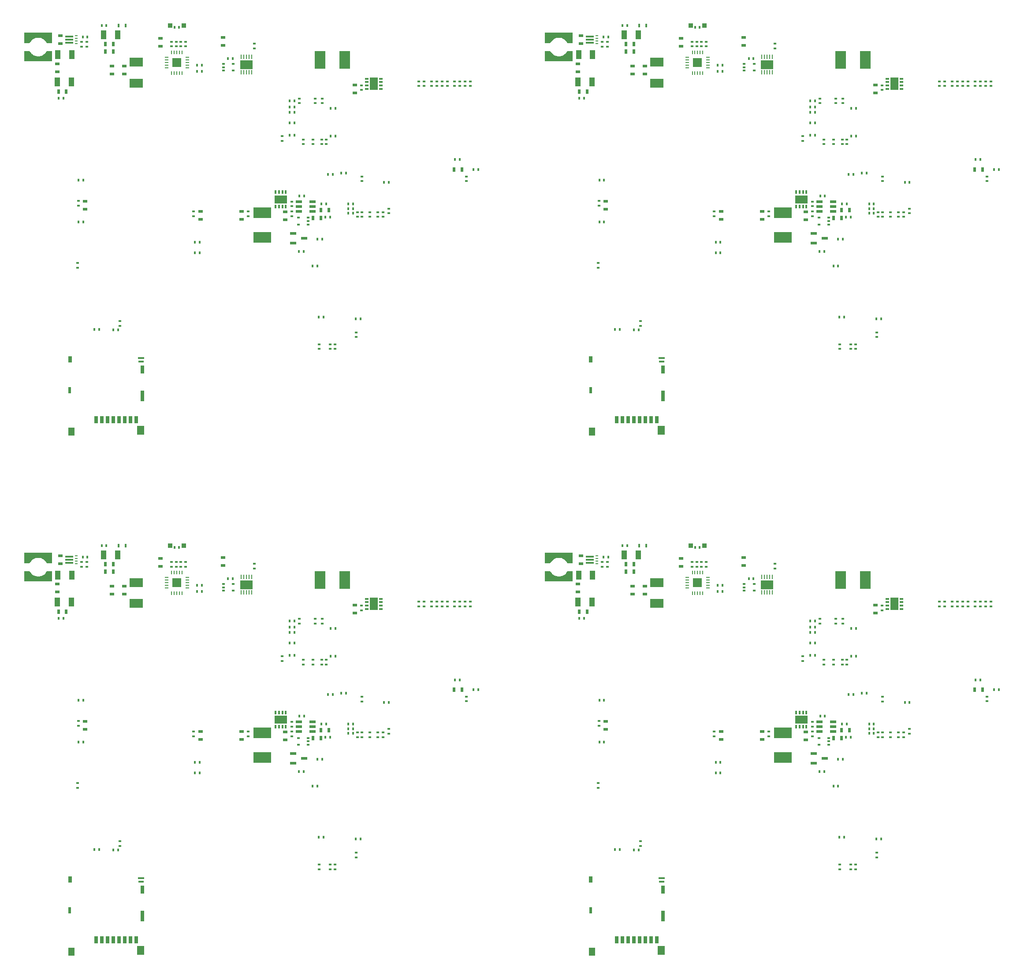
<source format=gbp>
G04 Layer_Color=128*
%FSLAX24Y24*%
%MOIN*%
G70*
G01*
G75*
%ADD13R,0.0236X0.0157*%
%ADD14R,0.0354X0.0197*%
%ADD18R,0.0433X0.0669*%
%ADD20R,0.0157X0.0236*%
%ADD21R,0.0236X0.0165*%
%ADD34R,0.0197X0.0354*%
%ADD43O,0.0315X0.0098*%
%ADD44O,0.0098X0.0315*%
%ADD55R,0.0177X0.0197*%
%ADD56R,0.0335X0.0354*%
%ADD86R,0.0630X0.0921*%
%ADD87R,0.0256X0.0118*%
%ADD88R,0.0138X0.0276*%
%ADD89R,0.0512X0.0236*%
%ADD90R,0.0315X0.0551*%
%ADD91R,0.0532X0.0709*%
%ADD92R,0.0457X0.0591*%
%ADD93R,0.0256X0.0843*%
%ADD94R,0.0256X0.0630*%
%ADD95R,0.0256X0.0512*%
%ADD96R,0.0236X0.0453*%
%ADD97R,0.0433X0.0177*%
%ADD98R,0.0453X0.0177*%
%ADD99R,0.0236X0.0098*%
%ADD100O,0.0236X0.0098*%
%ADD101R,0.0591X0.0118*%
%ADD102R,0.0984X0.0669*%
%ADD104R,0.1339X0.0846*%
%ADD105R,0.0921X0.0630*%
%ADD106R,0.0118X0.0256*%
%ADD107R,0.0480X0.0244*%
%ADD108R,0.0846X0.1339*%
%ADD109R,0.0110X0.0335*%
%ADD110R,0.0945X0.0650*%
%ADD111R,0.0197X0.0197*%
%ADD126R,0.0709X0.0709*%
G36*
X46958Y69246D02*
X46560D01*
Y69244D01*
X46529Y69305D01*
X46451Y69415D01*
X46354Y69508D01*
X46240Y69581D01*
X46115Y69631D01*
X45982Y69657D01*
X45847D01*
X45715Y69631D01*
X45590Y69581D01*
X45476Y69508D01*
X45379Y69415D01*
X45301Y69305D01*
X45270Y69244D01*
X44872D01*
Y70034D01*
X46958D01*
Y69246D01*
D02*
G37*
G36*
X7588D02*
X7190D01*
Y69244D01*
X7159Y69305D01*
X7081Y69415D01*
X6984Y69508D01*
X6870Y69581D01*
X6745Y69631D01*
X6612Y69657D01*
X6477D01*
X6345Y69631D01*
X6220Y69581D01*
X6106Y69508D01*
X6009Y69415D01*
X5931Y69305D01*
X5900Y69244D01*
X5502D01*
Y70034D01*
X7588D01*
Y69246D01*
D02*
G37*
G36*
X46958Y67868D02*
X44872D01*
Y68656D01*
X45270D01*
Y68658D01*
X45270Y68658D01*
X45270Y68658D01*
Y68658D01*
X45301Y68598D01*
X45379Y68488D01*
X45476Y68395D01*
X45590Y68322D01*
X45715Y68271D01*
X45847Y68246D01*
X45982D01*
X46115Y68271D01*
X46240Y68322D01*
X46354Y68395D01*
X46451Y68488D01*
X46529Y68598D01*
X46560Y68658D01*
X46958Y68658D01*
Y67868D01*
D02*
G37*
G36*
X7588D02*
X5502D01*
Y68656D01*
X5900D01*
Y68658D01*
X5900Y68658D01*
X5900Y68658D01*
Y68658D01*
X5931Y68598D01*
X6009Y68488D01*
X6106Y68395D01*
X6220Y68322D01*
X6345Y68271D01*
X6477Y68246D01*
X6612D01*
X6745Y68271D01*
X6870Y68322D01*
X6984Y68395D01*
X7081Y68488D01*
X7159Y68598D01*
X7190Y68658D01*
X7588Y68658D01*
Y67868D01*
D02*
G37*
G36*
X46958Y29876D02*
X46560D01*
Y29874D01*
X46529Y29934D01*
X46451Y30044D01*
X46354Y30138D01*
X46240Y30211D01*
X46115Y30261D01*
X45982Y30287D01*
X45847D01*
X45715Y30261D01*
X45590Y30211D01*
X45476Y30138D01*
X45379Y30044D01*
X45301Y29934D01*
X45270Y29874D01*
X44872D01*
Y30664D01*
X46958D01*
Y29876D01*
D02*
G37*
G36*
X7588D02*
X7190D01*
Y29874D01*
X7159Y29934D01*
X7081Y30044D01*
X6984Y30138D01*
X6870Y30211D01*
X6745Y30261D01*
X6612Y30287D01*
X6477D01*
X6345Y30261D01*
X6220Y30211D01*
X6106Y30138D01*
X6009Y30044D01*
X5931Y29934D01*
X5900Y29874D01*
X5502D01*
Y30664D01*
X7588D01*
Y29876D01*
D02*
G37*
G36*
X46958Y28498D02*
X44872D01*
Y29286D01*
X45270D01*
Y29288D01*
X45270Y29288D01*
X45270Y29288D01*
Y29288D01*
X45301Y29228D01*
X45379Y29118D01*
X45476Y29025D01*
X45590Y28951D01*
X45715Y28901D01*
X45847Y28876D01*
X45982D01*
X46115Y28901D01*
X46240Y28951D01*
X46354Y29025D01*
X46451Y29118D01*
X46529Y29228D01*
X46560Y29288D01*
X46958Y29288D01*
Y28498D01*
D02*
G37*
G36*
X7588D02*
X5502D01*
Y29286D01*
X5900D01*
Y29288D01*
X5900Y29288D01*
X5900Y29288D01*
Y29288D01*
X5931Y29228D01*
X6009Y29118D01*
X6106Y29025D01*
X6220Y28951D01*
X6345Y28901D01*
X6477Y28876D01*
X6612D01*
X6745Y28901D01*
X6870Y28951D01*
X6984Y29025D01*
X7081Y29118D01*
X7159Y29228D01*
X7190Y29288D01*
X7588Y29288D01*
Y28498D01*
D02*
G37*
D13*
X38932Y19429D02*
D03*
Y19783D02*
D03*
X30582Y7623D02*
D03*
Y7977D02*
D03*
X28982Y6723D02*
D03*
Y7077D02*
D03*
X28632Y6723D02*
D03*
Y7077D02*
D03*
X27782D02*
D03*
Y6723D02*
D03*
X12729Y8827D02*
D03*
Y8473D02*
D03*
X9532Y13227D02*
D03*
Y12873D02*
D03*
X9582Y17927D02*
D03*
Y17573D02*
D03*
X10222Y29968D02*
D03*
Y29614D02*
D03*
X9822D02*
D03*
Y29968D02*
D03*
X17682Y29977D02*
D03*
Y29623D02*
D03*
X22882Y29827D02*
D03*
Y29473D02*
D03*
X24982Y22827D02*
D03*
Y22473D02*
D03*
X26582Y22223D02*
D03*
Y22577D02*
D03*
X27332Y22223D02*
D03*
Y22577D02*
D03*
X22432Y17127D02*
D03*
Y16773D02*
D03*
X25732Y17127D02*
D03*
Y16773D02*
D03*
Y17523D02*
D03*
Y17877D02*
D03*
X39232Y26623D02*
D03*
Y26977D02*
D03*
X38832D02*
D03*
Y26623D02*
D03*
X38432Y26977D02*
D03*
Y26623D02*
D03*
X38032D02*
D03*
Y26977D02*
D03*
X37482Y26623D02*
D03*
Y26977D02*
D03*
X37082D02*
D03*
Y26623D02*
D03*
X36682Y26977D02*
D03*
Y26623D02*
D03*
X36282D02*
D03*
Y26977D02*
D03*
X35732D02*
D03*
Y26623D02*
D03*
X35332D02*
D03*
Y26977D02*
D03*
X30979Y26677D02*
D03*
Y26323D02*
D03*
X33068Y16990D02*
D03*
Y17344D02*
D03*
X32632Y16723D02*
D03*
Y17077D02*
D03*
X32232Y16723D02*
D03*
Y17077D02*
D03*
X31632Y16723D02*
D03*
Y17077D02*
D03*
X31032Y16723D02*
D03*
Y17077D02*
D03*
X30682Y16723D02*
D03*
Y17077D02*
D03*
X31032Y19777D02*
D03*
Y19423D02*
D03*
X28332Y22223D02*
D03*
Y22577D02*
D03*
X27982Y22223D02*
D03*
Y22577D02*
D03*
X26282Y25677D02*
D03*
Y25323D02*
D03*
X27482Y25677D02*
D03*
Y25323D02*
D03*
X28032Y25677D02*
D03*
Y25323D02*
D03*
X18282Y17127D02*
D03*
Y16773D02*
D03*
X16982Y29977D02*
D03*
Y29623D02*
D03*
X17332Y29977D02*
D03*
Y29623D02*
D03*
X16632Y29977D02*
D03*
Y29623D02*
D03*
X78302Y19429D02*
D03*
Y19783D02*
D03*
X69952Y7623D02*
D03*
Y7977D02*
D03*
X68352Y6723D02*
D03*
Y7077D02*
D03*
X68002Y6723D02*
D03*
Y7077D02*
D03*
X67152D02*
D03*
Y6723D02*
D03*
X52099Y8827D02*
D03*
Y8473D02*
D03*
X48902Y13227D02*
D03*
Y12873D02*
D03*
X48952Y17927D02*
D03*
Y17573D02*
D03*
X49592Y29968D02*
D03*
Y29614D02*
D03*
X49192D02*
D03*
Y29968D02*
D03*
X57052Y29977D02*
D03*
Y29623D02*
D03*
X62252Y29827D02*
D03*
Y29473D02*
D03*
X64352Y22827D02*
D03*
Y22473D02*
D03*
X65952Y22223D02*
D03*
Y22577D02*
D03*
X66702Y22223D02*
D03*
Y22577D02*
D03*
X61802Y17127D02*
D03*
Y16773D02*
D03*
X65102Y17127D02*
D03*
Y16773D02*
D03*
Y17523D02*
D03*
Y17877D02*
D03*
X78602Y26623D02*
D03*
Y26977D02*
D03*
X78202D02*
D03*
Y26623D02*
D03*
X77802Y26977D02*
D03*
Y26623D02*
D03*
X77402D02*
D03*
Y26977D02*
D03*
X76852Y26623D02*
D03*
Y26977D02*
D03*
X76452D02*
D03*
Y26623D02*
D03*
X76052Y26977D02*
D03*
Y26623D02*
D03*
X75652D02*
D03*
Y26977D02*
D03*
X75102D02*
D03*
Y26623D02*
D03*
X74702D02*
D03*
Y26977D02*
D03*
X70349Y26677D02*
D03*
Y26323D02*
D03*
X72438Y16990D02*
D03*
Y17344D02*
D03*
X72002Y16723D02*
D03*
Y17077D02*
D03*
X71602Y16723D02*
D03*
Y17077D02*
D03*
X71002Y16723D02*
D03*
Y17077D02*
D03*
X70402Y16723D02*
D03*
Y17077D02*
D03*
X70052Y16723D02*
D03*
Y17077D02*
D03*
X70402Y19777D02*
D03*
Y19423D02*
D03*
X67702Y22223D02*
D03*
Y22577D02*
D03*
X67352Y22223D02*
D03*
Y22577D02*
D03*
X65652Y25677D02*
D03*
Y25323D02*
D03*
X66852Y25677D02*
D03*
Y25323D02*
D03*
X67402Y25677D02*
D03*
Y25323D02*
D03*
X57652Y17127D02*
D03*
Y16773D02*
D03*
X56352Y29977D02*
D03*
Y29623D02*
D03*
X56702Y29977D02*
D03*
Y29623D02*
D03*
X56002Y29977D02*
D03*
Y29623D02*
D03*
X38932Y58799D02*
D03*
Y59154D02*
D03*
X30582Y46993D02*
D03*
Y47347D02*
D03*
X28982Y46093D02*
D03*
Y46447D02*
D03*
X28632Y46093D02*
D03*
Y46447D02*
D03*
X27782D02*
D03*
Y46093D02*
D03*
X12729Y48197D02*
D03*
Y47843D02*
D03*
X9532Y52597D02*
D03*
Y52243D02*
D03*
X9582Y57297D02*
D03*
Y56943D02*
D03*
X10222Y69338D02*
D03*
Y68984D02*
D03*
X9822D02*
D03*
Y69338D02*
D03*
X17682Y69347D02*
D03*
Y68993D02*
D03*
X22882Y69197D02*
D03*
Y68843D02*
D03*
X24982Y62197D02*
D03*
Y61843D02*
D03*
X26582Y61593D02*
D03*
Y61947D02*
D03*
X27332Y61593D02*
D03*
Y61947D02*
D03*
X22432Y56497D02*
D03*
Y56143D02*
D03*
X25732Y56497D02*
D03*
Y56143D02*
D03*
Y56893D02*
D03*
Y57247D02*
D03*
X39232Y65993D02*
D03*
Y66347D02*
D03*
X38832D02*
D03*
Y65993D02*
D03*
X38432Y66347D02*
D03*
Y65993D02*
D03*
X38032D02*
D03*
Y66347D02*
D03*
X37482Y65993D02*
D03*
Y66347D02*
D03*
X37082D02*
D03*
Y65993D02*
D03*
X36682Y66347D02*
D03*
Y65993D02*
D03*
X36282D02*
D03*
Y66347D02*
D03*
X35732D02*
D03*
Y65993D02*
D03*
X35332D02*
D03*
Y66347D02*
D03*
X30979Y66047D02*
D03*
Y65693D02*
D03*
X33068Y56360D02*
D03*
Y56715D02*
D03*
X32632Y56093D02*
D03*
Y56447D02*
D03*
X32232Y56093D02*
D03*
Y56447D02*
D03*
X31632Y56093D02*
D03*
Y56447D02*
D03*
X31032Y56093D02*
D03*
Y56447D02*
D03*
X30682Y56093D02*
D03*
Y56447D02*
D03*
X31032Y59147D02*
D03*
Y58793D02*
D03*
X28332Y61593D02*
D03*
Y61947D02*
D03*
X27982Y61593D02*
D03*
Y61947D02*
D03*
X26282Y65047D02*
D03*
Y64693D02*
D03*
X27482Y65047D02*
D03*
Y64693D02*
D03*
X28032Y65047D02*
D03*
Y64693D02*
D03*
X18282Y56497D02*
D03*
Y56143D02*
D03*
X16982Y69347D02*
D03*
Y68993D02*
D03*
X17332Y69347D02*
D03*
Y68993D02*
D03*
X16632Y69347D02*
D03*
Y68993D02*
D03*
X78302Y58799D02*
D03*
Y59154D02*
D03*
X69952Y46993D02*
D03*
Y47347D02*
D03*
X68352Y46093D02*
D03*
Y46447D02*
D03*
X68002Y46093D02*
D03*
Y46447D02*
D03*
X67152D02*
D03*
Y46093D02*
D03*
X52099Y48197D02*
D03*
Y47843D02*
D03*
X48902Y52597D02*
D03*
Y52243D02*
D03*
X48952Y57297D02*
D03*
Y56943D02*
D03*
X49592Y69338D02*
D03*
Y68984D02*
D03*
X49192D02*
D03*
Y69338D02*
D03*
X57052Y69347D02*
D03*
Y68993D02*
D03*
X62252Y69197D02*
D03*
Y68843D02*
D03*
X64352Y62197D02*
D03*
Y61843D02*
D03*
X65952Y61593D02*
D03*
Y61947D02*
D03*
X66702Y61593D02*
D03*
Y61947D02*
D03*
X61802Y56497D02*
D03*
Y56143D02*
D03*
X65102Y56497D02*
D03*
Y56143D02*
D03*
Y56893D02*
D03*
Y57247D02*
D03*
X78602Y65993D02*
D03*
Y66347D02*
D03*
X78202D02*
D03*
Y65993D02*
D03*
X77802Y66347D02*
D03*
Y65993D02*
D03*
X77402D02*
D03*
Y66347D02*
D03*
X76852Y65993D02*
D03*
Y66347D02*
D03*
X76452D02*
D03*
Y65993D02*
D03*
X76052Y66347D02*
D03*
Y65993D02*
D03*
X75652D02*
D03*
Y66347D02*
D03*
X75102D02*
D03*
Y65993D02*
D03*
X74702D02*
D03*
Y66347D02*
D03*
X70349Y66047D02*
D03*
Y65693D02*
D03*
X72438Y56360D02*
D03*
Y56715D02*
D03*
X72002Y56093D02*
D03*
Y56447D02*
D03*
X71602Y56093D02*
D03*
Y56447D02*
D03*
X71002Y56093D02*
D03*
Y56447D02*
D03*
X70402Y56093D02*
D03*
Y56447D02*
D03*
X70052Y56093D02*
D03*
Y56447D02*
D03*
X70402Y59147D02*
D03*
Y58793D02*
D03*
X67702Y61593D02*
D03*
Y61947D02*
D03*
X67352Y61593D02*
D03*
Y61947D02*
D03*
X65652Y65047D02*
D03*
Y64693D02*
D03*
X66852Y65047D02*
D03*
Y64693D02*
D03*
X67402Y65047D02*
D03*
Y64693D02*
D03*
X57652Y56497D02*
D03*
Y56143D02*
D03*
X56352Y69347D02*
D03*
Y68993D02*
D03*
X56702Y69347D02*
D03*
Y68993D02*
D03*
X56002Y69347D02*
D03*
Y68993D02*
D03*
D14*
X10082Y17305D02*
D03*
Y17895D02*
D03*
X8222Y29846D02*
D03*
Y30436D02*
D03*
X7979Y28295D02*
D03*
Y27705D02*
D03*
X12132Y27555D02*
D03*
Y28145D02*
D03*
X13063Y28133D02*
D03*
Y27542D02*
D03*
X15782Y30245D02*
D03*
Y29655D02*
D03*
X20532Y30295D02*
D03*
Y29705D02*
D03*
X21932Y16555D02*
D03*
Y17145D02*
D03*
X25232Y16505D02*
D03*
Y17095D02*
D03*
X30479Y26105D02*
D03*
Y26695D02*
D03*
X18832Y16555D02*
D03*
Y17145D02*
D03*
X49452Y17305D02*
D03*
Y17895D02*
D03*
X47592Y29846D02*
D03*
Y30436D02*
D03*
X47349Y28295D02*
D03*
Y27705D02*
D03*
X51502Y27555D02*
D03*
Y28145D02*
D03*
X52433Y28133D02*
D03*
Y27542D02*
D03*
X55152Y30245D02*
D03*
Y29655D02*
D03*
X59902Y30295D02*
D03*
Y29705D02*
D03*
X61302Y16555D02*
D03*
Y17145D02*
D03*
X64602Y16505D02*
D03*
Y17095D02*
D03*
X69849Y26105D02*
D03*
Y26695D02*
D03*
X58202Y16555D02*
D03*
Y17145D02*
D03*
X10082Y56675D02*
D03*
Y57265D02*
D03*
X8222Y69216D02*
D03*
Y69806D02*
D03*
X7979Y67665D02*
D03*
Y67075D02*
D03*
X12132Y66925D02*
D03*
Y67515D02*
D03*
X13063Y67503D02*
D03*
Y66912D02*
D03*
X15782Y69615D02*
D03*
Y69025D02*
D03*
X20532Y69665D02*
D03*
Y69075D02*
D03*
X21932Y55925D02*
D03*
Y56515D02*
D03*
X25232Y55875D02*
D03*
Y56465D02*
D03*
X30479Y65475D02*
D03*
Y66065D02*
D03*
X18832Y55925D02*
D03*
Y56515D02*
D03*
X49452Y56675D02*
D03*
Y57265D02*
D03*
X47592Y69216D02*
D03*
Y69806D02*
D03*
X47349Y67665D02*
D03*
Y67075D02*
D03*
X51502Y66925D02*
D03*
Y67515D02*
D03*
X52433Y67503D02*
D03*
Y66912D02*
D03*
X55152Y69615D02*
D03*
Y69025D02*
D03*
X59902Y69665D02*
D03*
Y69075D02*
D03*
X61302Y55925D02*
D03*
Y56515D02*
D03*
X64602Y55875D02*
D03*
Y56465D02*
D03*
X69849Y65475D02*
D03*
Y66065D02*
D03*
X58202Y55925D02*
D03*
Y56515D02*
D03*
D18*
X11498Y30500D02*
D03*
X12561D02*
D03*
X7998Y26950D02*
D03*
X9061D02*
D03*
X9104Y28991D02*
D03*
X8041D02*
D03*
X50868Y30500D02*
D03*
X51931D02*
D03*
X47368Y26950D02*
D03*
X48431D02*
D03*
X48474Y28991D02*
D03*
X47411D02*
D03*
X11498Y69870D02*
D03*
X12561D02*
D03*
X7998Y66320D02*
D03*
X9061D02*
D03*
X9104Y68361D02*
D03*
X8041D02*
D03*
X50868Y69870D02*
D03*
X51931D02*
D03*
X47368Y66320D02*
D03*
X48431D02*
D03*
X48474Y68361D02*
D03*
X47411D02*
D03*
D20*
X11352Y31200D02*
D03*
X11706D02*
D03*
X26609Y14100D02*
D03*
X26255D02*
D03*
X39809Y20306D02*
D03*
X39455D02*
D03*
X38055Y21056D02*
D03*
X38409D02*
D03*
X30555Y9000D02*
D03*
X30909D02*
D03*
X27755Y9150D02*
D03*
X28109D02*
D03*
X12224Y8178D02*
D03*
X12578D02*
D03*
X11156Y8200D02*
D03*
X10802D02*
D03*
X9959Y16350D02*
D03*
X9605D02*
D03*
X9959Y19500D02*
D03*
X9605D02*
D03*
X9918Y30331D02*
D03*
X10272D02*
D03*
X8102Y25700D02*
D03*
X8456D02*
D03*
X20905Y28700D02*
D03*
X21259D02*
D03*
X25555Y22900D02*
D03*
X25909D02*
D03*
X26305Y18300D02*
D03*
X26659D02*
D03*
X27655Y15050D02*
D03*
X28009D02*
D03*
X27659Y13000D02*
D03*
X27305D02*
D03*
X28609Y16700D02*
D03*
X28255D02*
D03*
X27955Y17700D02*
D03*
X28309D02*
D03*
X30005Y17000D02*
D03*
X30359D02*
D03*
X30005Y17350D02*
D03*
X30359D02*
D03*
X30005Y17700D02*
D03*
X30359D02*
D03*
X33059Y19350D02*
D03*
X32705D02*
D03*
X29809Y20050D02*
D03*
X29455D02*
D03*
X28809Y19950D02*
D03*
X28455D02*
D03*
X29009Y22850D02*
D03*
X28655D02*
D03*
X25555Y23850D02*
D03*
X25909D02*
D03*
X25555Y24650D02*
D03*
X25909D02*
D03*
X25555Y25050D02*
D03*
X25909D02*
D03*
X25555Y25500D02*
D03*
X25909D02*
D03*
X29009Y24950D02*
D03*
X28655D02*
D03*
X18759Y14000D02*
D03*
X18405D02*
D03*
X18759Y14800D02*
D03*
X18405D02*
D03*
X18909Y27750D02*
D03*
X18555D02*
D03*
X18909Y28200D02*
D03*
X18555D02*
D03*
X50722Y31200D02*
D03*
X51076D02*
D03*
X65980Y14100D02*
D03*
X65625D02*
D03*
X79180Y20306D02*
D03*
X78825D02*
D03*
X77425Y21056D02*
D03*
X77780D02*
D03*
X69925Y9000D02*
D03*
X70280D02*
D03*
X67125Y9150D02*
D03*
X67480D02*
D03*
X51594Y8178D02*
D03*
X51948D02*
D03*
X50526Y8200D02*
D03*
X50172D02*
D03*
X49330Y16350D02*
D03*
X48975D02*
D03*
X49330Y19500D02*
D03*
X48975D02*
D03*
X49288Y30331D02*
D03*
X49642D02*
D03*
X47472Y25700D02*
D03*
X47826D02*
D03*
X60275Y28700D02*
D03*
X60630D02*
D03*
X64925Y22900D02*
D03*
X65280D02*
D03*
X65675Y18300D02*
D03*
X66030D02*
D03*
X67025Y15050D02*
D03*
X67380D02*
D03*
X67030Y13000D02*
D03*
X66675D02*
D03*
X67980Y16700D02*
D03*
X67625D02*
D03*
X67325Y17700D02*
D03*
X67680D02*
D03*
X69375Y17000D02*
D03*
X69730D02*
D03*
X69375Y17350D02*
D03*
X69730D02*
D03*
X69375Y17700D02*
D03*
X69730D02*
D03*
X72430Y19350D02*
D03*
X72075D02*
D03*
X69180Y20050D02*
D03*
X68825D02*
D03*
X68180Y19950D02*
D03*
X67825D02*
D03*
X68380Y22850D02*
D03*
X68025D02*
D03*
X64925Y23850D02*
D03*
X65280D02*
D03*
X64925Y24650D02*
D03*
X65280D02*
D03*
X64925Y25050D02*
D03*
X65280D02*
D03*
X64925Y25500D02*
D03*
X65280D02*
D03*
X68380Y24950D02*
D03*
X68025D02*
D03*
X58130Y14000D02*
D03*
X57775D02*
D03*
X58130Y14800D02*
D03*
X57775D02*
D03*
X58280Y27750D02*
D03*
X57925D02*
D03*
X58280Y28200D02*
D03*
X57925D02*
D03*
X11352Y70570D02*
D03*
X11706D02*
D03*
X26609Y53470D02*
D03*
X26255D02*
D03*
X39809Y59676D02*
D03*
X39455D02*
D03*
X38055Y60426D02*
D03*
X38409D02*
D03*
X30555Y48370D02*
D03*
X30909D02*
D03*
X27755Y48520D02*
D03*
X28109D02*
D03*
X12224Y47548D02*
D03*
X12578D02*
D03*
X11156Y47570D02*
D03*
X10802D02*
D03*
X9959Y55720D02*
D03*
X9605D02*
D03*
X9959Y58870D02*
D03*
X9605D02*
D03*
X9918Y69701D02*
D03*
X10272D02*
D03*
X8102Y65070D02*
D03*
X8456D02*
D03*
X20905Y68070D02*
D03*
X21259D02*
D03*
X25555Y62270D02*
D03*
X25909D02*
D03*
X26305Y57670D02*
D03*
X26659D02*
D03*
X27655Y54420D02*
D03*
X28009D02*
D03*
X27659Y52370D02*
D03*
X27305D02*
D03*
X28609Y56070D02*
D03*
X28255D02*
D03*
X27955Y57070D02*
D03*
X28309D02*
D03*
X30005Y56370D02*
D03*
X30359D02*
D03*
X30005Y56720D02*
D03*
X30359D02*
D03*
X30005Y57070D02*
D03*
X30359D02*
D03*
X33059Y58720D02*
D03*
X32705D02*
D03*
X29809Y59420D02*
D03*
X29455D02*
D03*
X28809Y59320D02*
D03*
X28455D02*
D03*
X29009Y62220D02*
D03*
X28655D02*
D03*
X25555Y63220D02*
D03*
X25909D02*
D03*
X25555Y64020D02*
D03*
X25909D02*
D03*
X25555Y64420D02*
D03*
X25909D02*
D03*
X25555Y64870D02*
D03*
X25909D02*
D03*
X29009Y64320D02*
D03*
X28655D02*
D03*
X18759Y53370D02*
D03*
X18405D02*
D03*
X18759Y54170D02*
D03*
X18405D02*
D03*
X18909Y67120D02*
D03*
X18555D02*
D03*
X18909Y67570D02*
D03*
X18555D02*
D03*
X50722Y70570D02*
D03*
X51076D02*
D03*
X65980Y53470D02*
D03*
X65625D02*
D03*
X79180Y59676D02*
D03*
X78825D02*
D03*
X77425Y60426D02*
D03*
X77780D02*
D03*
X69925Y48370D02*
D03*
X70280D02*
D03*
X67125Y48520D02*
D03*
X67480D02*
D03*
X51594Y47548D02*
D03*
X51948D02*
D03*
X50526Y47570D02*
D03*
X50172D02*
D03*
X49330Y55720D02*
D03*
X48975D02*
D03*
X49330Y58870D02*
D03*
X48975D02*
D03*
X49288Y69701D02*
D03*
X49642D02*
D03*
X47472Y65070D02*
D03*
X47826D02*
D03*
X60275Y68070D02*
D03*
X60630D02*
D03*
X64925Y62270D02*
D03*
X65280D02*
D03*
X65675Y57670D02*
D03*
X66030D02*
D03*
X67025Y54420D02*
D03*
X67380D02*
D03*
X67030Y52370D02*
D03*
X66675D02*
D03*
X67980Y56070D02*
D03*
X67625D02*
D03*
X67325Y57070D02*
D03*
X67680D02*
D03*
X69375Y56370D02*
D03*
X69730D02*
D03*
X69375Y56720D02*
D03*
X69730D02*
D03*
X69375Y57070D02*
D03*
X69730D02*
D03*
X72430Y58720D02*
D03*
X72075D02*
D03*
X69180Y59420D02*
D03*
X68825D02*
D03*
X68180Y59320D02*
D03*
X67825D02*
D03*
X68380Y62220D02*
D03*
X68025D02*
D03*
X64925Y63220D02*
D03*
X65280D02*
D03*
X64925Y64020D02*
D03*
X65280D02*
D03*
X64925Y64420D02*
D03*
X65280D02*
D03*
X64925Y64870D02*
D03*
X65280D02*
D03*
X68380Y64320D02*
D03*
X68025D02*
D03*
X58130Y53370D02*
D03*
X57775D02*
D03*
X58130Y54170D02*
D03*
X57775D02*
D03*
X58280Y67120D02*
D03*
X57925D02*
D03*
X58280Y67570D02*
D03*
X57925D02*
D03*
D21*
X21306Y28306D02*
D03*
Y27794D02*
D03*
X20558D02*
D03*
Y28050D02*
D03*
Y28306D02*
D03*
X26956Y16144D02*
D03*
Y16400D02*
D03*
Y16656D02*
D03*
X26208D02*
D03*
Y16144D02*
D03*
X60676Y28306D02*
D03*
Y27794D02*
D03*
X59928D02*
D03*
Y28050D02*
D03*
Y28306D02*
D03*
X66326Y16144D02*
D03*
Y16400D02*
D03*
Y16656D02*
D03*
X65578D02*
D03*
Y16144D02*
D03*
X21306Y67676D02*
D03*
Y67164D02*
D03*
X20558D02*
D03*
Y67420D02*
D03*
Y67676D02*
D03*
X26956Y55514D02*
D03*
Y55770D02*
D03*
Y56026D02*
D03*
X26208D02*
D03*
Y55514D02*
D03*
X60676Y67676D02*
D03*
Y67164D02*
D03*
X59928D02*
D03*
Y67420D02*
D03*
Y67676D02*
D03*
X66326Y55514D02*
D03*
Y55770D02*
D03*
Y56026D02*
D03*
X65578D02*
D03*
Y55514D02*
D03*
D34*
X38578Y20306D02*
D03*
X37987D02*
D03*
X8674Y26200D02*
D03*
X8084D02*
D03*
X12224Y29800D02*
D03*
X11634D02*
D03*
X27337Y16650D02*
D03*
X27928D02*
D03*
X28528Y17250D02*
D03*
X27937D02*
D03*
X12224Y29250D02*
D03*
X11634D02*
D03*
X77948Y20306D02*
D03*
X77357D02*
D03*
X48044Y26200D02*
D03*
X47454D02*
D03*
X51594Y29800D02*
D03*
X51004D02*
D03*
X66707Y16650D02*
D03*
X67298D02*
D03*
X67898Y17250D02*
D03*
X67307D02*
D03*
X51594Y29250D02*
D03*
X51004D02*
D03*
X38578Y59676D02*
D03*
X37987D02*
D03*
X8674Y65570D02*
D03*
X8084D02*
D03*
X12224Y69170D02*
D03*
X11634D02*
D03*
X27337Y56020D02*
D03*
X27928D02*
D03*
X28528Y56620D02*
D03*
X27937D02*
D03*
X12224Y68620D02*
D03*
X11634D02*
D03*
X77948Y59676D02*
D03*
X77357D02*
D03*
X48044Y65570D02*
D03*
X47454D02*
D03*
X51594Y69170D02*
D03*
X51004D02*
D03*
X66707Y56020D02*
D03*
X67298D02*
D03*
X67898Y56620D02*
D03*
X67307D02*
D03*
X51594Y68620D02*
D03*
X51004D02*
D03*
D43*
X16245Y28006D02*
D03*
Y28203D02*
D03*
Y28400D02*
D03*
Y28597D02*
D03*
Y28794D02*
D03*
X17820D02*
D03*
Y28597D02*
D03*
Y28400D02*
D03*
Y28203D02*
D03*
Y28006D02*
D03*
X55615D02*
D03*
Y28203D02*
D03*
Y28400D02*
D03*
Y28597D02*
D03*
Y28794D02*
D03*
X57190D02*
D03*
Y28597D02*
D03*
Y28400D02*
D03*
Y28203D02*
D03*
Y28006D02*
D03*
X16245Y67376D02*
D03*
Y67573D02*
D03*
Y67770D02*
D03*
Y67967D02*
D03*
Y68164D02*
D03*
X17820D02*
D03*
Y67967D02*
D03*
Y67770D02*
D03*
Y67573D02*
D03*
Y67376D02*
D03*
X55615D02*
D03*
Y67573D02*
D03*
Y67770D02*
D03*
Y67967D02*
D03*
Y68164D02*
D03*
X57190D02*
D03*
Y67967D02*
D03*
Y67770D02*
D03*
Y67573D02*
D03*
Y67376D02*
D03*
D44*
X16639Y29187D02*
D03*
X16835D02*
D03*
X17032D02*
D03*
X17229D02*
D03*
X17426D02*
D03*
Y27613D02*
D03*
X17229D02*
D03*
X17032D02*
D03*
X16835D02*
D03*
X16639D02*
D03*
X56009Y29187D02*
D03*
X56206D02*
D03*
X56402D02*
D03*
X56599D02*
D03*
X56796D02*
D03*
Y27613D02*
D03*
X56599D02*
D03*
X56402D02*
D03*
X56206D02*
D03*
X56009D02*
D03*
X16639Y68557D02*
D03*
X16835D02*
D03*
X17032D02*
D03*
X17229D02*
D03*
X17426D02*
D03*
Y66983D02*
D03*
X17229D02*
D03*
X17032D02*
D03*
X16835D02*
D03*
X16639D02*
D03*
X56009Y68557D02*
D03*
X56206D02*
D03*
X56402D02*
D03*
X56599D02*
D03*
X56796D02*
D03*
Y66983D02*
D03*
X56599D02*
D03*
X56402D02*
D03*
X56206D02*
D03*
X56009D02*
D03*
D55*
X16865Y31062D02*
D03*
X17200D02*
D03*
X56235D02*
D03*
X56570D02*
D03*
X16865Y70432D02*
D03*
X17200D02*
D03*
X56235D02*
D03*
X56570D02*
D03*
D56*
X17554Y31200D02*
D03*
X16511D02*
D03*
X56924D02*
D03*
X55881D02*
D03*
X17554Y70570D02*
D03*
X16511D02*
D03*
X56924D02*
D03*
X55881D02*
D03*
D86*
X31929Y26800D02*
D03*
X71299D02*
D03*
X31929Y66170D02*
D03*
X71299D02*
D03*
D87*
X31388Y26416D02*
D03*
Y26672D02*
D03*
Y26928D02*
D03*
X32470Y26416D02*
D03*
Y26672D02*
D03*
Y26928D02*
D03*
Y27184D02*
D03*
X31388D02*
D03*
X70758Y26416D02*
D03*
Y26672D02*
D03*
Y26928D02*
D03*
X71841Y26416D02*
D03*
Y26672D02*
D03*
Y26928D02*
D03*
Y27184D02*
D03*
X70758D02*
D03*
X31388Y65786D02*
D03*
Y66042D02*
D03*
Y66298D02*
D03*
X32470Y65786D02*
D03*
Y66042D02*
D03*
Y66298D02*
D03*
Y66554D02*
D03*
X31388D02*
D03*
X70758Y65786D02*
D03*
Y66042D02*
D03*
Y66298D02*
D03*
X71841Y65786D02*
D03*
Y66042D02*
D03*
Y66298D02*
D03*
Y66554D02*
D03*
X70758D02*
D03*
D88*
X13145Y31200D02*
D03*
X12613D02*
D03*
X52515D02*
D03*
X51983D02*
D03*
X13145Y70570D02*
D03*
X12613D02*
D03*
X52515D02*
D03*
X51983D02*
D03*
D89*
X26646Y15100D02*
D03*
X25819Y15474D02*
D03*
Y14726D02*
D03*
X66016Y15100D02*
D03*
X65189Y15474D02*
D03*
Y14726D02*
D03*
X26646Y54470D02*
D03*
X25819Y54844D02*
D03*
Y54096D02*
D03*
X66016Y54470D02*
D03*
X65189Y54844D02*
D03*
Y54096D02*
D03*
D90*
X13945Y1374D02*
D03*
X13512D02*
D03*
X13079D02*
D03*
X12646D02*
D03*
X12213D02*
D03*
X11780D02*
D03*
X11346D02*
D03*
X10913D02*
D03*
X53315D02*
D03*
X52882D02*
D03*
X52449D02*
D03*
X52016D02*
D03*
X51583D02*
D03*
X51150D02*
D03*
X50717D02*
D03*
X50283D02*
D03*
X13945Y40744D02*
D03*
X13512D02*
D03*
X13079D02*
D03*
X12646D02*
D03*
X12213D02*
D03*
X11780D02*
D03*
X11346D02*
D03*
X10913D02*
D03*
X53315D02*
D03*
X52882D02*
D03*
X52449D02*
D03*
X52016D02*
D03*
X51583D02*
D03*
X51150D02*
D03*
X50717D02*
D03*
X50283D02*
D03*
D91*
X14295Y567D02*
D03*
X53665D02*
D03*
X14295Y39937D02*
D03*
X53665D02*
D03*
D92*
X9051Y469D02*
D03*
X48421D02*
D03*
X9051Y39839D02*
D03*
X48421D02*
D03*
D93*
X14423Y3178D02*
D03*
X53793D02*
D03*
X14423Y42548D02*
D03*
X53793D02*
D03*
D94*
X14423Y5178D02*
D03*
X53793D02*
D03*
X14423Y44548D02*
D03*
X53793D02*
D03*
D95*
X8951Y5941D02*
D03*
X48321D02*
D03*
X8951Y45311D02*
D03*
X48321D02*
D03*
D96*
X8941Y3609D02*
D03*
X48311D02*
D03*
X8941Y42979D02*
D03*
X48311D02*
D03*
D97*
X14335Y5770D02*
D03*
X53705D02*
D03*
X14335Y45140D02*
D03*
X53705D02*
D03*
D98*
X14325Y6030D02*
D03*
X53695D02*
D03*
X14325Y45400D02*
D03*
X53695D02*
D03*
D99*
X9426Y30436D02*
D03*
X48796D02*
D03*
X9426Y69806D02*
D03*
X48796D02*
D03*
D100*
X9426Y30240D02*
D03*
Y30043D02*
D03*
Y29846D02*
D03*
X48796Y30240D02*
D03*
Y30043D02*
D03*
Y29846D02*
D03*
X9426Y69610D02*
D03*
Y69413D02*
D03*
Y69216D02*
D03*
X48796Y69610D02*
D03*
Y69413D02*
D03*
Y69216D02*
D03*
D101*
X8895Y29905D02*
D03*
Y30141D02*
D03*
Y30377D02*
D03*
X48265Y29905D02*
D03*
Y30141D02*
D03*
Y30377D02*
D03*
X8895Y69275D02*
D03*
Y69511D02*
D03*
Y69747D02*
D03*
X48265Y69275D02*
D03*
Y69511D02*
D03*
Y69747D02*
D03*
D102*
X13963Y26850D02*
D03*
Y28425D02*
D03*
X53333Y26850D02*
D03*
Y28425D02*
D03*
X13963Y66220D02*
D03*
Y67795D02*
D03*
X53333Y66220D02*
D03*
Y67795D02*
D03*
D104*
X23482Y17035D02*
D03*
Y15165D02*
D03*
X62852Y17035D02*
D03*
Y15165D02*
D03*
X23482Y56405D02*
D03*
Y54535D02*
D03*
X62852Y56405D02*
D03*
Y54535D02*
D03*
D105*
X24882Y18050D02*
D03*
X64252D02*
D03*
X24882Y57420D02*
D03*
X64252D02*
D03*
D106*
X25266Y17509D02*
D03*
X25010D02*
D03*
X24754D02*
D03*
X25266Y18591D02*
D03*
X25010D02*
D03*
X24754D02*
D03*
X24498D02*
D03*
Y17509D02*
D03*
X64636D02*
D03*
X64380D02*
D03*
X64124D02*
D03*
X64636Y18591D02*
D03*
X64380D02*
D03*
X64124D02*
D03*
X63868D02*
D03*
Y17509D02*
D03*
X25266Y56879D02*
D03*
X25010D02*
D03*
X24754D02*
D03*
X25266Y57961D02*
D03*
X25010D02*
D03*
X24754D02*
D03*
X24498D02*
D03*
Y56879D02*
D03*
X64636D02*
D03*
X64380D02*
D03*
X64124D02*
D03*
X64636Y57961D02*
D03*
X64380D02*
D03*
X64124D02*
D03*
X63868D02*
D03*
Y56879D02*
D03*
D107*
X26267Y17500D02*
D03*
Y17874D02*
D03*
Y17126D02*
D03*
X27298D02*
D03*
Y17500D02*
D03*
Y17874D02*
D03*
X65637Y17500D02*
D03*
Y17874D02*
D03*
Y17126D02*
D03*
X66668D02*
D03*
Y17500D02*
D03*
Y17874D02*
D03*
X26267Y56870D02*
D03*
Y57244D02*
D03*
Y56496D02*
D03*
X27298D02*
D03*
Y56870D02*
D03*
Y57244D02*
D03*
X65637Y56870D02*
D03*
Y57244D02*
D03*
Y56496D02*
D03*
X66668D02*
D03*
Y56870D02*
D03*
Y57244D02*
D03*
D108*
X29717Y28600D02*
D03*
X27847D02*
D03*
X69087D02*
D03*
X67217D02*
D03*
X29717Y67970D02*
D03*
X27847D02*
D03*
X69087D02*
D03*
X67217D02*
D03*
D109*
X21889Y28831D02*
D03*
X22085D02*
D03*
X22282D02*
D03*
X22479D02*
D03*
X22676D02*
D03*
X21889Y27669D02*
D03*
X22085D02*
D03*
X22282D02*
D03*
X22479D02*
D03*
X22676D02*
D03*
X61259Y28831D02*
D03*
X61456D02*
D03*
X61652D02*
D03*
X61849D02*
D03*
X62046D02*
D03*
X61259Y27669D02*
D03*
X61456D02*
D03*
X61652D02*
D03*
X61849D02*
D03*
X62046D02*
D03*
X21889Y68201D02*
D03*
X22085D02*
D03*
X22282D02*
D03*
X22479D02*
D03*
X22676D02*
D03*
X21889Y67039D02*
D03*
X22085D02*
D03*
X22282D02*
D03*
X22479D02*
D03*
X22676D02*
D03*
X61259Y68201D02*
D03*
X61456D02*
D03*
X61652D02*
D03*
X61849D02*
D03*
X62046D02*
D03*
X61259Y67039D02*
D03*
X61456D02*
D03*
X61652D02*
D03*
X61849D02*
D03*
X62046D02*
D03*
D110*
X22282Y28250D02*
D03*
X61652D02*
D03*
X22282Y67620D02*
D03*
X61652D02*
D03*
D111*
X6545Y30487D02*
D03*
Y28676D02*
D03*
X45915Y30487D02*
D03*
Y28676D02*
D03*
X6545Y69857D02*
D03*
Y68046D02*
D03*
X45915Y69857D02*
D03*
Y68046D02*
D03*
D126*
X17032Y28400D02*
D03*
X56402D02*
D03*
X17032Y67770D02*
D03*
X56402D02*
D03*
M02*

</source>
